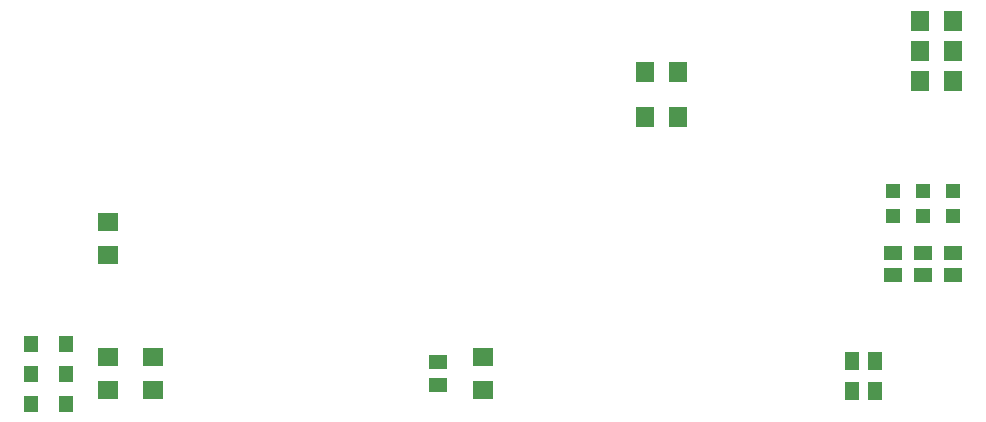
<source format=gbp>
G75*
%MOIN*%
%OFA0B0*%
%FSLAX24Y24*%
%IPPOS*%
%LPD*%
%AMOC8*
5,1,8,0,0,1.08239X$1,22.5*
%
%ADD10R,0.0709X0.0630*%
%ADD11R,0.0472X0.0551*%
%ADD12R,0.0630X0.0512*%
%ADD13R,0.0512X0.0591*%
%ADD14R,0.0472X0.0472*%
%ADD15R,0.0591X0.0512*%
%ADD16R,0.0630X0.0709*%
D10*
X009600Y001517D03*
X009600Y002620D03*
X011100Y002620D03*
X011100Y001517D03*
X009600Y006017D03*
X009600Y007120D03*
X022100Y002620D03*
X022100Y001517D03*
D11*
X007009Y001069D03*
X008191Y001069D03*
X008191Y002069D03*
X007009Y002069D03*
X007009Y003069D03*
X008191Y003069D03*
D12*
X020600Y002443D03*
X020600Y001695D03*
D13*
X034396Y001479D03*
X035144Y001479D03*
X035144Y002479D03*
X034396Y002479D03*
D14*
X035770Y007315D03*
X036770Y007315D03*
X037770Y007315D03*
X037770Y008142D03*
X036770Y008142D03*
X035770Y008142D03*
D15*
X035770Y006103D03*
X036770Y006103D03*
X037770Y006103D03*
X037770Y005355D03*
X036770Y005355D03*
X035770Y005355D03*
D16*
X028591Y010629D03*
X027489Y010629D03*
X027489Y012129D03*
X028591Y012129D03*
X036649Y011829D03*
X037751Y011829D03*
X037751Y012829D03*
X036649Y012829D03*
X036649Y013829D03*
X037751Y013829D03*
M02*

</source>
